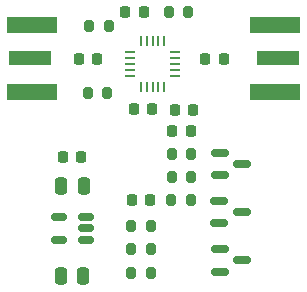
<source format=gbr>
%TF.GenerationSoftware,KiCad,Pcbnew,(6.0.1)*%
%TF.CreationDate,2022-02-11T18:20:56+00:00*%
%TF.ProjectId,PE4302,50453433-3032-42e6-9b69-6361645f7063,rev?*%
%TF.SameCoordinates,Original*%
%TF.FileFunction,Paste,Top*%
%TF.FilePolarity,Positive*%
%FSLAX46Y46*%
G04 Gerber Fmt 4.6, Leading zero omitted, Abs format (unit mm)*
G04 Created by KiCad (PCBNEW (6.0.1)) date 2022-02-11 18:20:56*
%MOMM*%
%LPD*%
G01*
G04 APERTURE LIST*
G04 Aperture macros list*
%AMRoundRect*
0 Rectangle with rounded corners*
0 $1 Rounding radius*
0 $2 $3 $4 $5 $6 $7 $8 $9 X,Y pos of 4 corners*
0 Add a 4 corners polygon primitive as box body*
4,1,4,$2,$3,$4,$5,$6,$7,$8,$9,$2,$3,0*
0 Add four circle primitives for the rounded corners*
1,1,$1+$1,$2,$3*
1,1,$1+$1,$4,$5*
1,1,$1+$1,$6,$7*
1,1,$1+$1,$8,$9*
0 Add four rect primitives between the rounded corners*
20,1,$1+$1,$2,$3,$4,$5,0*
20,1,$1+$1,$4,$5,$6,$7,0*
20,1,$1+$1,$6,$7,$8,$9,0*
20,1,$1+$1,$8,$9,$2,$3,0*%
G04 Aperture macros list end*
%ADD10R,3.600000X1.270000*%
%ADD11R,4.200000X1.350000*%
%ADD12RoundRect,0.150000X0.512500X0.150000X-0.512500X0.150000X-0.512500X-0.150000X0.512500X-0.150000X0*%
%ADD13RoundRect,0.200000X-0.200000X-0.275000X0.200000X-0.275000X0.200000X0.275000X-0.200000X0.275000X0*%
%ADD14RoundRect,0.200000X0.200000X0.275000X-0.200000X0.275000X-0.200000X-0.275000X0.200000X-0.275000X0*%
%ADD15RoundRect,0.250000X-0.250000X-0.475000X0.250000X-0.475000X0.250000X0.475000X-0.250000X0.475000X0*%
%ADD16RoundRect,0.225000X0.225000X0.250000X-0.225000X0.250000X-0.225000X-0.250000X0.225000X-0.250000X0*%
%ADD17RoundRect,0.225000X-0.225000X-0.250000X0.225000X-0.250000X0.225000X0.250000X-0.225000X0.250000X0*%
%ADD18RoundRect,0.150000X-0.587500X-0.150000X0.587500X-0.150000X0.587500X0.150000X-0.587500X0.150000X0*%
%ADD19RoundRect,0.062500X-0.350000X-0.062500X0.350000X-0.062500X0.350000X0.062500X-0.350000X0.062500X0*%
%ADD20RoundRect,0.062500X-0.062500X-0.350000X0.062500X-0.350000X0.062500X0.350000X-0.062500X0.350000X0*%
%ADD21RoundRect,0.250000X0.250000X0.475000X-0.250000X0.475000X-0.250000X-0.475000X0.250000X-0.475000X0*%
G04 APERTURE END LIST*
D10*
%TO.C,J2*%
X123000000Y-112000000D03*
D11*
X122800000Y-114825000D03*
X122800000Y-109175000D03*
%TD*%
D12*
%TO.C,U2*%
X106753000Y-127355600D03*
X106753000Y-126405600D03*
X106753000Y-125455600D03*
X104478000Y-125455600D03*
X104478000Y-127355600D03*
%TD*%
D13*
%TO.C,R9*%
X113754400Y-108077000D03*
X115404400Y-108077000D03*
%TD*%
D14*
%TO.C,R1*%
X112257100Y-130164800D03*
X110607100Y-130164800D03*
%TD*%
D13*
%TO.C,R5*%
X114008400Y-122072400D03*
X115658400Y-122072400D03*
%TD*%
D15*
%TO.C,C3*%
X104602300Y-130469600D03*
X106502300Y-130469600D03*
%TD*%
D10*
%TO.C,J1*%
X102000000Y-112000000D03*
D11*
X102200000Y-109175000D03*
X102200000Y-114825000D03*
%TD*%
D13*
%TO.C,R4*%
X113983000Y-123977400D03*
X115633000Y-123977400D03*
%TD*%
D16*
%TO.C,C9*%
X106339700Y-120360400D03*
X104789700Y-120360400D03*
%TD*%
%TO.C,C1*%
X107709000Y-112039400D03*
X106159000Y-112039400D03*
%TD*%
D13*
%TO.C,R6*%
X114008400Y-120065800D03*
X115658400Y-120065800D03*
%TD*%
D16*
%TO.C,C6*%
X112382600Y-116306600D03*
X110832600Y-116306600D03*
%TD*%
D17*
%TO.C,C8*%
X110096000Y-108077000D03*
X111646000Y-108077000D03*
%TD*%
D18*
%TO.C,Q2*%
X118061500Y-124043400D03*
X118061500Y-125943400D03*
X119936500Y-124993400D03*
%TD*%
D14*
%TO.C,R3*%
X112234000Y-126166800D03*
X110584000Y-126166800D03*
%TD*%
%TO.C,R7*%
X108571800Y-114960400D03*
X106921800Y-114960400D03*
%TD*%
D13*
%TO.C,R8*%
X107023400Y-109296200D03*
X108673400Y-109296200D03*
%TD*%
D19*
%TO.C,U1*%
X110457500Y-111471200D03*
X110457500Y-111971200D03*
X110457500Y-112471200D03*
X110457500Y-112971200D03*
X110457500Y-113471200D03*
D20*
X111395000Y-114408700D03*
X111895000Y-114408700D03*
X112395000Y-114408700D03*
X112895000Y-114408700D03*
X113395000Y-114408700D03*
D19*
X114332500Y-113471200D03*
X114332500Y-112971200D03*
X114332500Y-112471200D03*
X114332500Y-111971200D03*
X114332500Y-111471200D03*
D20*
X113395000Y-110533700D03*
X112895000Y-110533700D03*
X112395000Y-110533700D03*
X111895000Y-110533700D03*
X111395000Y-110533700D03*
%TD*%
D17*
%TO.C,C5*%
X114058400Y-118186200D03*
X115608400Y-118186200D03*
%TD*%
D21*
%TO.C,C4*%
X106565500Y-122798800D03*
X104665500Y-122798800D03*
%TD*%
D16*
%TO.C,C2*%
X118427800Y-112074800D03*
X116877800Y-112074800D03*
%TD*%
D17*
%TO.C,C10*%
X110629400Y-123977400D03*
X112179400Y-123977400D03*
%TD*%
D18*
%TO.C,Q1*%
X118086900Y-128163200D03*
X118086900Y-130063200D03*
X119961900Y-129113200D03*
%TD*%
D14*
%TO.C,R2*%
X112231700Y-128158200D03*
X110581700Y-128158200D03*
%TD*%
D18*
%TO.C,Q3*%
X118086900Y-120009800D03*
X118086900Y-121909800D03*
X119961900Y-120959800D03*
%TD*%
D17*
%TO.C,C7*%
X114287000Y-116357400D03*
X115837000Y-116357400D03*
%TD*%
M02*

</source>
